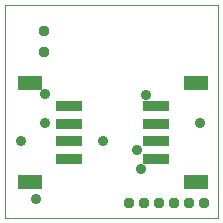
<source format=gbs>
G75*
G70*
%OFA0B0*%
%FSLAX24Y24*%
%IPPOS*%
%LPD*%
%AMOC8*
5,1,8,0,0,1.08239X$1,22.5*
%
%ADD10C,0.0000*%
%ADD11R,0.0867X0.0356*%
%ADD12R,0.0828X0.0513*%
%ADD13C,0.0370*%
%ADD14C,0.0350*%
D10*
X004112Y009111D02*
X004112Y016198D01*
X011199Y016198D01*
X011199Y009111D01*
X004112Y009111D01*
D11*
X006238Y011060D03*
X006238Y011651D03*
X006238Y012241D03*
X006238Y012832D03*
X009151Y012832D03*
X009151Y012241D03*
X009151Y011651D03*
X009151Y011060D03*
D12*
X010470Y010292D03*
X010470Y013599D03*
X004919Y013599D03*
X004919Y010292D03*
D13*
X005406Y014625D03*
X005406Y015332D03*
X008230Y009603D03*
X008730Y009603D03*
X009230Y009603D03*
X009730Y009603D03*
X010230Y009603D03*
X010730Y009603D03*
D14*
X010608Y012261D03*
X008817Y013206D03*
X008502Y011355D03*
X008640Y010725D03*
X007380Y011670D03*
X005451Y012261D03*
X005451Y013245D03*
X004624Y011670D03*
X005136Y009741D03*
M02*

</source>
